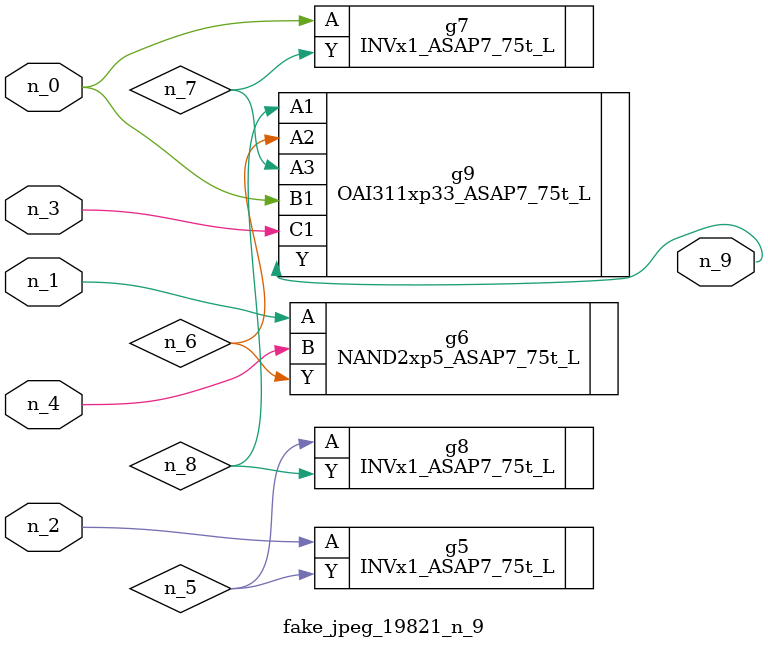
<source format=v>
module fake_jpeg_19821_n_9 (n_3, n_2, n_1, n_0, n_4, n_9);

input n_3;
input n_2;
input n_1;
input n_0;
input n_4;

output n_9;

wire n_8;
wire n_6;
wire n_5;
wire n_7;

INVx1_ASAP7_75t_L g5 ( 
.A(n_2),
.Y(n_5)
);

NAND2xp5_ASAP7_75t_L g6 ( 
.A(n_1),
.B(n_4),
.Y(n_6)
);

INVx1_ASAP7_75t_L g7 ( 
.A(n_0),
.Y(n_7)
);

INVx1_ASAP7_75t_L g8 ( 
.A(n_5),
.Y(n_8)
);

OAI311xp33_ASAP7_75t_L g9 ( 
.A1(n_8),
.A2(n_6),
.A3(n_7),
.B1(n_0),
.C1(n_3),
.Y(n_9)
);


endmodule
</source>
